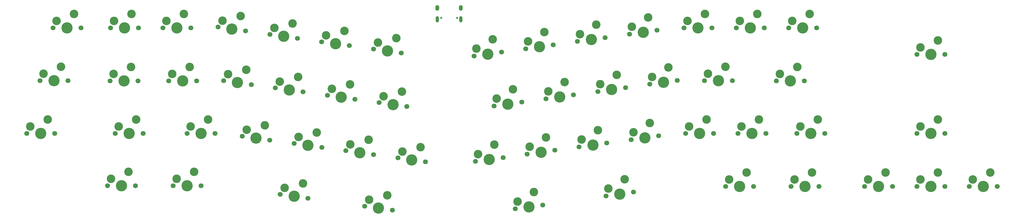
<source format=gbr>
%TF.GenerationSoftware,KiCad,Pcbnew,(5.99.0-9176-ga1730d51ff)*%
%TF.CreationDate,2021-03-09T20:14:39-06:00*%
%TF.ProjectId,Fur Elise,46757220-456c-4697-9365-2e6b69636164,rev?*%
%TF.SameCoordinates,Original*%
%TF.FileFunction,Soldermask,Top*%
%TF.FilePolarity,Negative*%
%FSLAX46Y46*%
G04 Gerber Fmt 4.6, Leading zero omitted, Abs format (unit mm)*
G04 Created by KiCad (PCBNEW (5.99.0-9176-ga1730d51ff)) date 2021-03-09 20:14:39*
%MOMM*%
%LPD*%
G01*
G04 APERTURE LIST*
%ADD10C,4.089800*%
%ADD11C,1.803800*%
%ADD12C,3.102000*%
%ADD13C,0.752000*%
%ADD14O,1.402000X2.002000*%
%ADD15O,1.202000X2.302000*%
G04 APERTURE END LIST*
D10*
%TO.C,SW35*%
X280974800Y-138226800D03*
D11*
X286005362Y-138933799D03*
D12*
X277555378Y-135181270D03*
D11*
X275944238Y-137519801D03*
D12*
X284197080Y-133549738D03*
%TD*%
D10*
%TO.C,SW48*%
X323646800Y-155346400D03*
D12*
X319520379Y-153361369D03*
D11*
X328677362Y-154639401D03*
D12*
X325455082Y-149962339D03*
D11*
X318616238Y-156053399D03*
%TD*%
%TO.C,SW43*%
X464820000Y-128587500D03*
D12*
X466090000Y-126047500D03*
D11*
X474980000Y-128587500D03*
D12*
X472440000Y-123507500D03*
D10*
X469900000Y-128587500D03*
%TD*%
%TO.C,SW38*%
X346913200Y-132791200D03*
D12*
X342786779Y-130806169D03*
D11*
X351943762Y-132084201D03*
D12*
X348721482Y-127407139D03*
D11*
X341882638Y-133498199D03*
%TD*%
D10*
%TO.C,SW36*%
X309186362Y-138074400D03*
D11*
X304155800Y-138781399D03*
X314216924Y-137367401D03*
D12*
X310994644Y-132690339D03*
X305059941Y-136089369D03*
%TD*%
D11*
%TO.C,SW19*%
X222606962Y-110790599D03*
X212545838Y-109376601D03*
D10*
X217576400Y-110083600D03*
D12*
X214156978Y-107038070D03*
X220798680Y-105406538D03*
%TD*%
%TO.C,SW49*%
X358475082Y-145288739D03*
X352540379Y-148687769D03*
D11*
X351636238Y-151379799D03*
D10*
X356666800Y-150672800D03*
D11*
X361697362Y-149965801D03*
%TD*%
D10*
%TO.C,SW34*%
X262077200Y-135585200D03*
D11*
X257046638Y-134878201D03*
D12*
X258657778Y-132539670D03*
D11*
X267107762Y-136292199D03*
D12*
X265299480Y-130908138D03*
%TD*%
%TO.C,SW20*%
X233003778Y-109679670D03*
D11*
X241453762Y-113432199D03*
D12*
X239645480Y-108048138D03*
D10*
X236423200Y-112725200D03*
D11*
X231392638Y-112018201D03*
%TD*%
%TO.C,SW25*%
X358749312Y-111905501D03*
X348688188Y-113319499D03*
D12*
X355527032Y-107228439D03*
D10*
X353718750Y-112612500D03*
D12*
X349592329Y-110627469D03*
%TD*%
D11*
%TO.C,SW2*%
X171450000Y-90170000D03*
D10*
X176530000Y-90170000D03*
D12*
X172720000Y-87630000D03*
X179070000Y-85090000D03*
D11*
X181610000Y-90170000D03*
%TD*%
%TO.C,SW24*%
X329794438Y-115975749D03*
X339855562Y-114561751D03*
D10*
X334825000Y-115268750D03*
D12*
X336633282Y-109884689D03*
X330698579Y-113283719D03*
%TD*%
D10*
%TO.C,SW39*%
X365810800Y-130175000D03*
D11*
X370841362Y-129468001D03*
D12*
X367619082Y-124790939D03*
X361684379Y-128189969D03*
D11*
X360780238Y-130881999D03*
%TD*%
D10*
%TO.C,SW28*%
X418744400Y-109423200D03*
D12*
X421284400Y-104343200D03*
D11*
X413664400Y-109423200D03*
D12*
X414934400Y-106883200D03*
D11*
X423824400Y-109423200D03*
%TD*%
%TO.C,SW42*%
X421106600Y-128625600D03*
D12*
X422376600Y-126085600D03*
D11*
X431266600Y-128625600D03*
D12*
X428726600Y-123545600D03*
D10*
X426186600Y-128625600D03*
%TD*%
D11*
%TO.C,SW27*%
X387482500Y-109387500D03*
D10*
X392562500Y-109387500D03*
D11*
X397642500Y-109387500D03*
D12*
X388752500Y-106847500D03*
X395102500Y-104307500D03*
%TD*%
%TO.C,SW54*%
X491464600Y-142798800D03*
D11*
X483844600Y-147878800D03*
X494004600Y-147878800D03*
D10*
X488924600Y-147878800D03*
D12*
X485114600Y-145338800D03*
%TD*%
D11*
%TO.C,SW29*%
X140970000Y-128625600D03*
D10*
X146050000Y-128625600D03*
D11*
X151130000Y-128625600D03*
D12*
X148590000Y-123545600D03*
X142240000Y-126085600D03*
%TD*%
%TO.C,SW10*%
X348129444Y-89002339D03*
D11*
X341290600Y-95093399D03*
D12*
X342194741Y-92401369D03*
D11*
X351351724Y-93679401D03*
D10*
X346321162Y-94386400D03*
%TD*%
D12*
%TO.C,SW30*%
X174345600Y-126085600D03*
D11*
X173075600Y-128625600D03*
X183235600Y-128625600D03*
D12*
X180695600Y-123545600D03*
D10*
X178155600Y-128625600D03*
%TD*%
D12*
%TO.C,SW17*%
X172516800Y-106883200D03*
D10*
X176326800Y-109423200D03*
D12*
X178866800Y-104343200D03*
D11*
X171246800Y-109423200D03*
X181406800Y-109423200D03*
%TD*%
%TO.C,SW40*%
X380593600Y-128625600D03*
D10*
X385673600Y-128625600D03*
D11*
X390753600Y-128625600D03*
D12*
X381863600Y-126085600D03*
X388213600Y-123545600D03*
%TD*%
D10*
%TO.C,SW26*%
X372575000Y-109968750D03*
D11*
X377605562Y-109261751D03*
X367544438Y-110675749D03*
D12*
X374383282Y-104584689D03*
X368448579Y-107983719D03*
%TD*%
D10*
%TO.C,SW7*%
X272136962Y-98552000D03*
D11*
X267106400Y-97845001D03*
X277167524Y-99258999D03*
D12*
X268717540Y-95506470D03*
X275359242Y-93874938D03*
%TD*%
D11*
%TO.C,SW15*%
X474980000Y-99771200D03*
D12*
X472440000Y-94691200D03*
D10*
X469900000Y-99771200D03*
D12*
X466090000Y-97231200D03*
D11*
X464820000Y-99771200D03*
%TD*%
D12*
%TO.C,SW50*%
X396443200Y-145338800D03*
X402793200Y-142798800D03*
D11*
X395173200Y-147878800D03*
D10*
X400253200Y-147878800D03*
D11*
X405333200Y-147878800D03*
%TD*%
%TO.C,SW45*%
X204311250Y-147637500D03*
D12*
X195421250Y-145097500D03*
X201771250Y-142557500D03*
D11*
X194151250Y-147637500D03*
D10*
X199231250Y-147637500D03*
%TD*%
D12*
%TO.C,SW13*%
X400354800Y-87630000D03*
D11*
X409244800Y-90170000D03*
X399084800Y-90170000D03*
D12*
X406704800Y-85090000D03*
D10*
X404164800Y-90170000D03*
%TD*%
D12*
%TO.C,SW5*%
X230981250Y-90172470D03*
D11*
X239431234Y-93924999D03*
D10*
X234400672Y-93218000D03*
D11*
X229370110Y-92511001D03*
D12*
X237622952Y-88540938D03*
%TD*%
%TO.C,SW14*%
X425754800Y-85090000D03*
D11*
X428294800Y-90170000D03*
X418134800Y-90170000D03*
D10*
X423214800Y-90170000D03*
D12*
X419404800Y-87630000D03*
%TD*%
D11*
%TO.C,SW8*%
X303622400Y-100401999D03*
D10*
X308652962Y-99695000D03*
D11*
X313683524Y-98988001D03*
D12*
X304526541Y-97709969D03*
X310461244Y-94310939D03*
%TD*%
D11*
%TO.C,SW44*%
X180498750Y-147637500D03*
X170338750Y-147637500D03*
D10*
X175418750Y-147637500D03*
D12*
X177958750Y-142557500D03*
X171608750Y-145097500D03*
%TD*%
D10*
%TO.C,SW31*%
X204368400Y-128625600D03*
D11*
X199288400Y-128625600D03*
D12*
X200558400Y-126085600D03*
X206908400Y-123545600D03*
D11*
X209448400Y-128625600D03*
%TD*%
D12*
%TO.C,SW9*%
X323322541Y-95042969D03*
D10*
X327448962Y-97028000D03*
D12*
X329257244Y-91643939D03*
D11*
X322418400Y-97734999D03*
X332479524Y-96321001D03*
%TD*%
D10*
%TO.C,SW11*%
X365218762Y-91744800D03*
D11*
X360188200Y-92451799D03*
D12*
X367027044Y-86360739D03*
D11*
X370249324Y-91037801D03*
D12*
X361092341Y-89759769D03*
%TD*%
%TO.C,SW12*%
X381304800Y-87630000D03*
D11*
X390194800Y-90170000D03*
D12*
X387654800Y-85090000D03*
D10*
X385114800Y-90170000D03*
D11*
X380034800Y-90170000D03*
%TD*%
%TO.C,SW21*%
X250288876Y-114714802D03*
D12*
X258541718Y-110744739D03*
D10*
X255319438Y-115421801D03*
D11*
X260350000Y-116128800D03*
D12*
X251900016Y-112376271D03*
%TD*%
%TO.C,SW46*%
X234781778Y-148440070D03*
X241423480Y-146808538D03*
D10*
X238201200Y-151485600D03*
D11*
X243231762Y-152192599D03*
X233170638Y-150778601D03*
%TD*%
%TO.C,SW32*%
X229363362Y-131008999D03*
D12*
X220913378Y-127256470D03*
D11*
X219302238Y-129595001D03*
D10*
X224332800Y-130302000D03*
D12*
X227555080Y-125624938D03*
%TD*%
%TO.C,SW18*%
X200183750Y-104343200D03*
D10*
X197643750Y-109423200D03*
D12*
X193833750Y-106883200D03*
D11*
X202723750Y-109423200D03*
X192563750Y-109423200D03*
%TD*%
%TO.C,SW47*%
X273914962Y-156510599D03*
X263853838Y-155096601D03*
D12*
X272106680Y-151126538D03*
X265464978Y-152758070D03*
D10*
X268884400Y-155803600D03*
%TD*%
D11*
%TO.C,SW6*%
X258284384Y-96614929D03*
D10*
X253253822Y-95907930D03*
D11*
X248223260Y-95200931D03*
D12*
X249834400Y-92862400D03*
X256476102Y-91230868D03*
%TD*%
%TO.C,SW1*%
X151765000Y-87630000D03*
D11*
X150495000Y-90170000D03*
D10*
X155575000Y-90170000D03*
D11*
X160655000Y-90170000D03*
D12*
X158115000Y-85090000D03*
%TD*%
%TO.C,SW22*%
X270748178Y-115013670D03*
X277389880Y-113382138D03*
D10*
X274167600Y-118059200D03*
D11*
X269137038Y-117352201D03*
X279198162Y-118766199D03*
%TD*%
D12*
%TO.C,SW16*%
X147002500Y-106832400D03*
X153352500Y-104292400D03*
D11*
X145732500Y-109372400D03*
D10*
X150812500Y-109372400D03*
D11*
X155892500Y-109372400D03*
%TD*%
%TO.C,SW3*%
X200660000Y-90170000D03*
D10*
X195580000Y-90170000D03*
D12*
X198120000Y-85090000D03*
X191770000Y-87630000D03*
D11*
X190500000Y-90170000D03*
%TD*%
D12*
%TO.C,SW33*%
X239810978Y-129898070D03*
D11*
X238199838Y-132236601D03*
X248260962Y-133650599D03*
D12*
X246452680Y-128266538D03*
D10*
X243230400Y-132943600D03*
%TD*%
D11*
%TO.C,SW37*%
X323002600Y-136139799D03*
X333063724Y-134725801D03*
D12*
X323906741Y-133447769D03*
D10*
X328033162Y-135432800D03*
D12*
X329841444Y-130048739D03*
%TD*%
%TO.C,SW23*%
X317784703Y-112500970D03*
D10*
X315976421Y-117885031D03*
D12*
X311850000Y-115900000D03*
D11*
X310945859Y-118592030D03*
X321006983Y-117178032D03*
%TD*%
D12*
%TO.C,SW4*%
X212099578Y-87505470D03*
D11*
X220549562Y-91257999D03*
D10*
X215519000Y-90551000D03*
D11*
X210488438Y-89844001D03*
D12*
X218741280Y-85873938D03*
%TD*%
%TO.C,SW53*%
X472440000Y-142798800D03*
D11*
X464820000Y-147878800D03*
X474980000Y-147878800D03*
D10*
X469900000Y-147878800D03*
D12*
X466090000Y-145338800D03*
%TD*%
%TO.C,SW41*%
X400939000Y-126085600D03*
D11*
X409829000Y-128625600D03*
D10*
X404749000Y-128625600D03*
D11*
X399669000Y-128625600D03*
D12*
X407289000Y-123545600D03*
%TD*%
D10*
%TO.C,SW52*%
X450850000Y-147878800D03*
D12*
X447040000Y-145338800D03*
D11*
X455930000Y-147878800D03*
D12*
X453390000Y-142798800D03*
D11*
X445770000Y-147878800D03*
%TD*%
%TO.C,SW51*%
X429158400Y-147878800D03*
D12*
X426618400Y-142798800D03*
D10*
X424078400Y-147878800D03*
D12*
X420268400Y-145338800D03*
D11*
X418998400Y-147878800D03*
%TD*%
D13*
%TO.C,J1*%
X291685000Y-86496500D03*
X297465000Y-86496500D03*
D14*
X298875000Y-82847500D03*
D15*
X290275000Y-87047500D03*
X298875000Y-87047500D03*
D14*
X290275000Y-82847500D03*
%TD*%
M02*

</source>
